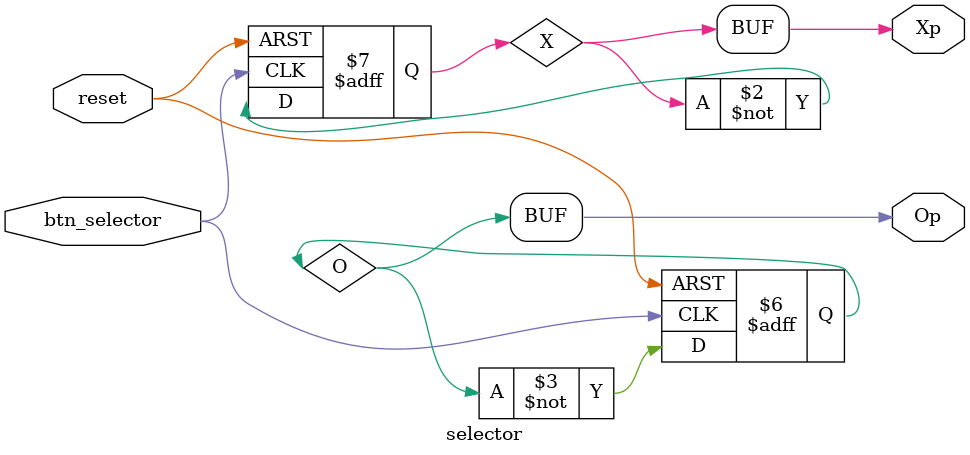
<source format=sv>
module selector (
	input btn_selector,
	input reset,
	output Xp, Op
);
	logic X = 1'b1;
	logic O = 1'b0;
	assign Xp = X;
	assign Op = O;
	always@(posedge btn_selector, posedge reset)
	begin
		if(reset)
		begin
			X = 1'b1;
			O = 1'b0;
		end
		else
		begin
			X <= ~X;
			O <= ~O;
		end
	end
endmodule 
</source>
